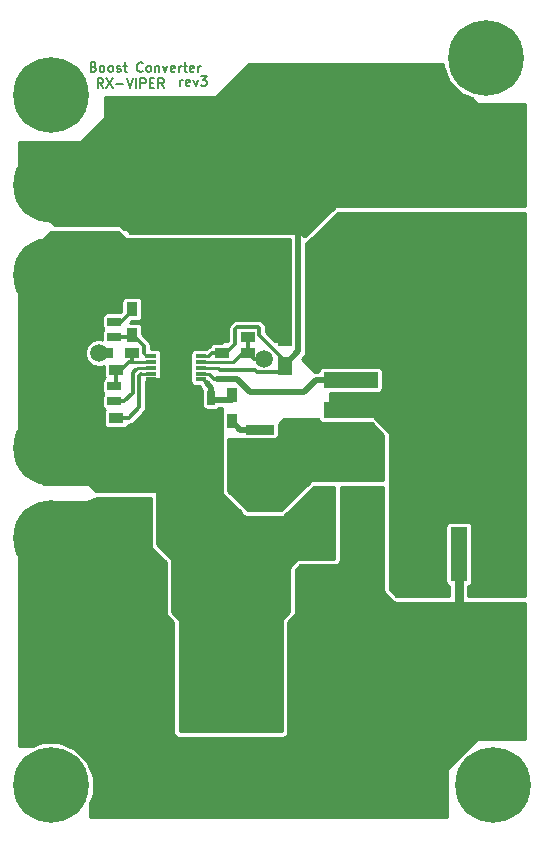
<source format=gtl>
G04 #@! TF.FileFunction,Copper,L1,Top,Signal*
%FSLAX46Y46*%
G04 Gerber Fmt 4.6, Leading zero omitted, Abs format (unit mm)*
G04 Created by KiCad (PCBNEW 4.0.6) date Fri Jul 21 14:49:20 2017*
%MOMM*%
%LPD*%
G01*
G04 APERTURE LIST*
%ADD10C,0.100000*%
%ADD11C,0.150000*%
%ADD12R,0.890000X0.305000*%
%ADD13R,0.840000X0.940000*%
%ADD14R,6.000000X6.000000*%
%ADD15R,4.000000X2.500000*%
%ADD16R,2.440000X5.600000*%
%ADD17R,2.440000X0.890000*%
%ADD18R,2.500000X4.000000*%
%ADD19R,1.200000X0.750000*%
%ADD20R,0.750000X1.200000*%
%ADD21R,1.250000X1.500000*%
%ADD22R,1.390000X4.600000*%
%ADD23R,10.800000X9.400000*%
%ADD24C,1.500000*%
%ADD25R,4.600000X1.390000*%
%ADD26R,9.400000X10.800000*%
%ADD27R,1.200000X0.900000*%
%ADD28R,0.900000X1.200000*%
%ADD29C,6.400000*%
%ADD30C,0.500000*%
%ADD31C,0.350000*%
%ADD32C,0.250000*%
%ADD33C,0.750000*%
%ADD34C,1.000000*%
%ADD35C,0.254000*%
G04 APERTURE END LIST*
D10*
D11*
X61144286Y-29698905D02*
X61144286Y-29165571D01*
X61144286Y-29317952D02*
X61182381Y-29241762D01*
X61220477Y-29203667D01*
X61296667Y-29165571D01*
X61372858Y-29165571D01*
X61944286Y-29660810D02*
X61868096Y-29698905D01*
X61715715Y-29698905D01*
X61639524Y-29660810D01*
X61601429Y-29584619D01*
X61601429Y-29279857D01*
X61639524Y-29203667D01*
X61715715Y-29165571D01*
X61868096Y-29165571D01*
X61944286Y-29203667D01*
X61982381Y-29279857D01*
X61982381Y-29356048D01*
X61601429Y-29432238D01*
X62249048Y-29165571D02*
X62439524Y-29698905D01*
X62630000Y-29165571D01*
X62858572Y-28898905D02*
X63353810Y-28898905D01*
X63087143Y-29203667D01*
X63201429Y-29203667D01*
X63277619Y-29241762D01*
X63315715Y-29279857D01*
X63353810Y-29356048D01*
X63353810Y-29546524D01*
X63315715Y-29622714D01*
X63277619Y-29660810D01*
X63201429Y-29698905D01*
X62972857Y-29698905D01*
X62896667Y-29660810D01*
X62858572Y-29622714D01*
X53797143Y-28096857D02*
X53911429Y-28134952D01*
X53949524Y-28173048D01*
X53987619Y-28249238D01*
X53987619Y-28363524D01*
X53949524Y-28439714D01*
X53911429Y-28477810D01*
X53835238Y-28515905D01*
X53530476Y-28515905D01*
X53530476Y-27715905D01*
X53797143Y-27715905D01*
X53873333Y-27754000D01*
X53911429Y-27792095D01*
X53949524Y-27868286D01*
X53949524Y-27944476D01*
X53911429Y-28020667D01*
X53873333Y-28058762D01*
X53797143Y-28096857D01*
X53530476Y-28096857D01*
X54444762Y-28515905D02*
X54368571Y-28477810D01*
X54330476Y-28439714D01*
X54292381Y-28363524D01*
X54292381Y-28134952D01*
X54330476Y-28058762D01*
X54368571Y-28020667D01*
X54444762Y-27982571D01*
X54559048Y-27982571D01*
X54635238Y-28020667D01*
X54673333Y-28058762D01*
X54711429Y-28134952D01*
X54711429Y-28363524D01*
X54673333Y-28439714D01*
X54635238Y-28477810D01*
X54559048Y-28515905D01*
X54444762Y-28515905D01*
X55168572Y-28515905D02*
X55092381Y-28477810D01*
X55054286Y-28439714D01*
X55016191Y-28363524D01*
X55016191Y-28134952D01*
X55054286Y-28058762D01*
X55092381Y-28020667D01*
X55168572Y-27982571D01*
X55282858Y-27982571D01*
X55359048Y-28020667D01*
X55397143Y-28058762D01*
X55435239Y-28134952D01*
X55435239Y-28363524D01*
X55397143Y-28439714D01*
X55359048Y-28477810D01*
X55282858Y-28515905D01*
X55168572Y-28515905D01*
X55740001Y-28477810D02*
X55816191Y-28515905D01*
X55968572Y-28515905D01*
X56044763Y-28477810D01*
X56082858Y-28401619D01*
X56082858Y-28363524D01*
X56044763Y-28287333D01*
X55968572Y-28249238D01*
X55854287Y-28249238D01*
X55778096Y-28211143D01*
X55740001Y-28134952D01*
X55740001Y-28096857D01*
X55778096Y-28020667D01*
X55854287Y-27982571D01*
X55968572Y-27982571D01*
X56044763Y-28020667D01*
X56311429Y-27982571D02*
X56616191Y-27982571D01*
X56425715Y-27715905D02*
X56425715Y-28401619D01*
X56463810Y-28477810D01*
X56540001Y-28515905D01*
X56616191Y-28515905D01*
X57949525Y-28439714D02*
X57911430Y-28477810D01*
X57797144Y-28515905D01*
X57720954Y-28515905D01*
X57606668Y-28477810D01*
X57530477Y-28401619D01*
X57492382Y-28325429D01*
X57454287Y-28173048D01*
X57454287Y-28058762D01*
X57492382Y-27906381D01*
X57530477Y-27830190D01*
X57606668Y-27754000D01*
X57720954Y-27715905D01*
X57797144Y-27715905D01*
X57911430Y-27754000D01*
X57949525Y-27792095D01*
X58406668Y-28515905D02*
X58330477Y-28477810D01*
X58292382Y-28439714D01*
X58254287Y-28363524D01*
X58254287Y-28134952D01*
X58292382Y-28058762D01*
X58330477Y-28020667D01*
X58406668Y-27982571D01*
X58520954Y-27982571D01*
X58597144Y-28020667D01*
X58635239Y-28058762D01*
X58673335Y-28134952D01*
X58673335Y-28363524D01*
X58635239Y-28439714D01*
X58597144Y-28477810D01*
X58520954Y-28515905D01*
X58406668Y-28515905D01*
X59016192Y-27982571D02*
X59016192Y-28515905D01*
X59016192Y-28058762D02*
X59054287Y-28020667D01*
X59130478Y-27982571D01*
X59244764Y-27982571D01*
X59320954Y-28020667D01*
X59359049Y-28096857D01*
X59359049Y-28515905D01*
X59663812Y-27982571D02*
X59854288Y-28515905D01*
X60044764Y-27982571D01*
X60654288Y-28477810D02*
X60578098Y-28515905D01*
X60425717Y-28515905D01*
X60349526Y-28477810D01*
X60311431Y-28401619D01*
X60311431Y-28096857D01*
X60349526Y-28020667D01*
X60425717Y-27982571D01*
X60578098Y-27982571D01*
X60654288Y-28020667D01*
X60692383Y-28096857D01*
X60692383Y-28173048D01*
X60311431Y-28249238D01*
X61035240Y-28515905D02*
X61035240Y-27982571D01*
X61035240Y-28134952D02*
X61073335Y-28058762D01*
X61111431Y-28020667D01*
X61187621Y-27982571D01*
X61263812Y-27982571D01*
X61416192Y-27982571D02*
X61720954Y-27982571D01*
X61530478Y-27715905D02*
X61530478Y-28401619D01*
X61568573Y-28477810D01*
X61644764Y-28515905D01*
X61720954Y-28515905D01*
X62292383Y-28477810D02*
X62216193Y-28515905D01*
X62063812Y-28515905D01*
X61987621Y-28477810D01*
X61949526Y-28401619D01*
X61949526Y-28096857D01*
X61987621Y-28020667D01*
X62063812Y-27982571D01*
X62216193Y-27982571D01*
X62292383Y-28020667D01*
X62330478Y-28096857D01*
X62330478Y-28173048D01*
X61949526Y-28249238D01*
X62673335Y-28515905D02*
X62673335Y-27982571D01*
X62673335Y-28134952D02*
X62711430Y-28058762D01*
X62749526Y-28020667D01*
X62825716Y-27982571D01*
X62901907Y-27982571D01*
X54597143Y-29865905D02*
X54330476Y-29484952D01*
X54140000Y-29865905D02*
X54140000Y-29065905D01*
X54444762Y-29065905D01*
X54520953Y-29104000D01*
X54559048Y-29142095D01*
X54597143Y-29218286D01*
X54597143Y-29332571D01*
X54559048Y-29408762D01*
X54520953Y-29446857D01*
X54444762Y-29484952D01*
X54140000Y-29484952D01*
X54863810Y-29065905D02*
X55397143Y-29865905D01*
X55397143Y-29065905D02*
X54863810Y-29865905D01*
X55701905Y-29561143D02*
X56311429Y-29561143D01*
X56578095Y-29065905D02*
X56844762Y-29865905D01*
X57111429Y-29065905D01*
X57378095Y-29865905D02*
X57378095Y-29065905D01*
X57759047Y-29865905D02*
X57759047Y-29065905D01*
X58063809Y-29065905D01*
X58140000Y-29104000D01*
X58178095Y-29142095D01*
X58216190Y-29218286D01*
X58216190Y-29332571D01*
X58178095Y-29408762D01*
X58140000Y-29446857D01*
X58063809Y-29484952D01*
X57759047Y-29484952D01*
X58559047Y-29446857D02*
X58825714Y-29446857D01*
X58940000Y-29865905D02*
X58559047Y-29865905D01*
X58559047Y-29065905D01*
X58940000Y-29065905D01*
X59740000Y-29865905D02*
X59473333Y-29484952D01*
X59282857Y-29865905D02*
X59282857Y-29065905D01*
X59587619Y-29065905D01*
X59663810Y-29104000D01*
X59701905Y-29142095D01*
X59740000Y-29218286D01*
X59740000Y-29332571D01*
X59701905Y-29408762D01*
X59663810Y-29446857D01*
X59587619Y-29484952D01*
X59282857Y-29484952D01*
D12*
X58640000Y-52556000D03*
X58640000Y-53056000D03*
X58640000Y-53556000D03*
X58640000Y-54056000D03*
X58640000Y-54556000D03*
X62850000Y-54556000D03*
X62850000Y-54056000D03*
X62850000Y-53556000D03*
X62850000Y-53056000D03*
X62850000Y-52556000D03*
D13*
X61165000Y-54026000D03*
X61165000Y-53086000D03*
X60325000Y-54026000D03*
X60325000Y-53086000D03*
D14*
X80518000Y-33944000D03*
X80518000Y-47244000D03*
D15*
X55055000Y-83185000D03*
X63055000Y-83185000D03*
D16*
X62925000Y-62932000D03*
X67885000Y-62932000D03*
D17*
X62925000Y-58797000D03*
X67885000Y-58797000D03*
D18*
X63500000Y-36640000D03*
X63500000Y-44640000D03*
D15*
X75755000Y-83185000D03*
X67755000Y-83185000D03*
X55055000Y-72390000D03*
X63055000Y-72390000D03*
X75755000Y-72390000D03*
X67755000Y-72390000D03*
D19*
X55560000Y-56388000D03*
X53660000Y-56388000D03*
D20*
X63754000Y-56085000D03*
X63754000Y-57985000D03*
D19*
X55560000Y-50927000D03*
X53660000Y-50927000D03*
D21*
X69977000Y-53427000D03*
X69977000Y-50927000D03*
D19*
X55560000Y-49657000D03*
X53660000Y-49657000D03*
X55560000Y-55118000D03*
X53660000Y-55118000D03*
X57978000Y-65024000D03*
X59878000Y-65024000D03*
X75372000Y-63881000D03*
X73472000Y-63881000D03*
X57978000Y-66294000D03*
X59878000Y-66294000D03*
X75372000Y-65151000D03*
X73472000Y-65151000D03*
X75372000Y-66421000D03*
X73472000Y-66421000D03*
D20*
X57150000Y-41402000D03*
X57150000Y-43302000D03*
D22*
X84709000Y-69326000D03*
D23*
X84709000Y-78486000D03*
D22*
X82169000Y-69326000D03*
X87249000Y-69326000D03*
D24*
X68199000Y-52832000D03*
D25*
X75549000Y-57150000D03*
D26*
X84709000Y-57150000D03*
D25*
X75549000Y-59690000D03*
X75549000Y-54610000D03*
D27*
X64643000Y-52324000D03*
X66843000Y-52324000D03*
X66843000Y-50927000D03*
X64643000Y-50927000D03*
X54823000Y-52324000D03*
X57023000Y-52324000D03*
D28*
X65532000Y-58111000D03*
X65532000Y-55911000D03*
D27*
X55710000Y-57785000D03*
X53510000Y-57785000D03*
X55710000Y-53721000D03*
X53510000Y-53721000D03*
D28*
X57023000Y-50800000D03*
X57023000Y-48600000D03*
D29*
X50165000Y-45720000D03*
X50165000Y-38100000D03*
X50165000Y-67945000D03*
X87630000Y-88900000D03*
X50165000Y-30480000D03*
X86995000Y-27305000D03*
X50165000Y-88900000D03*
D24*
X54229000Y-52324000D03*
X56134000Y-65278000D03*
D29*
X50165000Y-60325000D03*
D30*
X69977000Y-53302000D02*
X71120000Y-52159000D01*
X71120000Y-52159000D02*
X71120000Y-40640000D01*
X71120000Y-40640000D02*
X69025000Y-38545000D01*
X69025000Y-38545000D02*
X67120000Y-38545000D01*
D31*
X67120000Y-38545000D02*
X63500000Y-38545000D01*
X69977000Y-53427000D02*
X69977000Y-53302000D01*
X69977000Y-53427000D02*
X69977000Y-52977002D01*
X69977000Y-52977002D02*
X67818001Y-50818003D01*
X67818001Y-50818003D02*
X67818001Y-50176999D01*
X67818001Y-50176999D02*
X67743001Y-50101999D01*
X67743001Y-50101999D02*
X65942999Y-50101999D01*
X65786000Y-50258998D02*
X65786000Y-51562000D01*
X65942999Y-50101999D02*
X65786000Y-50258998D01*
X65786000Y-51562000D02*
X65024000Y-52324000D01*
X65024000Y-52324000D02*
X64643000Y-52324000D01*
X64643000Y-52324000D02*
X63837000Y-52324000D01*
X63837000Y-52324000D02*
X63605000Y-52556000D01*
D32*
X62850000Y-52556000D02*
X63605000Y-52556000D01*
D31*
X64448989Y-53653989D02*
X64516000Y-53721000D01*
X64516000Y-53721000D02*
X67422998Y-53721000D01*
X67422998Y-53721000D02*
X67658999Y-53957001D01*
X67658999Y-53957001D02*
X69571999Y-53957001D01*
X69571999Y-53957001D02*
X69977000Y-53552000D01*
X69977000Y-53552000D02*
X69977000Y-53427000D01*
D32*
X64351000Y-53556000D02*
X64448989Y-53653989D01*
X62850000Y-53556000D02*
X64351000Y-53556000D01*
D31*
X52705000Y-45720000D02*
X53660000Y-46675000D01*
X53660000Y-46675000D02*
X53660000Y-49657000D01*
X53510000Y-53721000D02*
X53360000Y-53721000D01*
X53360000Y-53721000D02*
X52710000Y-53071000D01*
X52710000Y-51652000D02*
X53435000Y-50927000D01*
X52710000Y-53071000D02*
X52710000Y-51652000D01*
X53435000Y-50927000D02*
X53660000Y-50927000D01*
X61165000Y-53086000D02*
X61165000Y-53036000D01*
X61165000Y-53036000D02*
X63467000Y-50734000D01*
X63467000Y-50734000D02*
X63500000Y-50734000D01*
X64643000Y-50927000D02*
X63693000Y-50927000D01*
X63693000Y-50927000D02*
X63500000Y-50734000D01*
X63500000Y-50734000D02*
X63500000Y-48895000D01*
X63500000Y-48895000D02*
X63500000Y-46545000D01*
X69977000Y-50927000D02*
X69977000Y-49827000D01*
X69977000Y-49827000D02*
X66695000Y-46545000D01*
X66695000Y-46545000D02*
X65100000Y-46545000D01*
X65100000Y-46545000D02*
X63500000Y-46545000D01*
X53660000Y-50927000D02*
X53660000Y-49657000D01*
X53885000Y-50927000D02*
X53660000Y-50927000D01*
X54676000Y-58801000D02*
X60149000Y-58801000D01*
X60149000Y-58801000D02*
X61165000Y-57785000D01*
X53510000Y-57785000D02*
X53660000Y-57785000D01*
X53660000Y-57785000D02*
X54676000Y-58801000D01*
X53660000Y-56388000D02*
X53660000Y-57635000D01*
X53660000Y-57635000D02*
X53510000Y-57785000D01*
X53660000Y-55118000D02*
X53660000Y-56388000D01*
X53510000Y-53721000D02*
X53510000Y-54968000D01*
X53510000Y-54968000D02*
X53660000Y-55118000D01*
D32*
X58640000Y-54556000D02*
X59795000Y-54556000D01*
X59795000Y-54556000D02*
X60325000Y-54026000D01*
D30*
X63754000Y-57785000D02*
X61165000Y-57785000D01*
D33*
X84709000Y-69326000D02*
X84709000Y-72126000D01*
X84709000Y-72126000D02*
X84709000Y-78486000D01*
D32*
X58640000Y-53556000D02*
X57553169Y-53556000D01*
X57553169Y-53556000D02*
X57315000Y-53794169D01*
D31*
X57315000Y-53794169D02*
X57107990Y-54001179D01*
X57107990Y-54001179D02*
X57107990Y-55668010D01*
X57107990Y-55668010D02*
X56388000Y-56388000D01*
X56388000Y-56388000D02*
X55560000Y-56388000D01*
D30*
X63754000Y-56285000D02*
X65508000Y-56285000D01*
X65508000Y-56285000D02*
X65532000Y-56261000D01*
X63373000Y-54864000D02*
X63754000Y-55245000D01*
X63754000Y-55245000D02*
X63754000Y-56285000D01*
D32*
X63065000Y-54556000D02*
X63373000Y-54864000D01*
X62850000Y-54556000D02*
X63065000Y-54556000D01*
D31*
X55560000Y-50927000D02*
X56896000Y-50927000D01*
X56896000Y-50927000D02*
X57023000Y-50800000D01*
X58039000Y-52324000D02*
X58039000Y-51689000D01*
X58039000Y-51689000D02*
X57150000Y-50800000D01*
X57150000Y-50800000D02*
X57023000Y-50800000D01*
X58039000Y-52324000D02*
X58039000Y-52304000D01*
D32*
X58271000Y-52556000D02*
X58039000Y-52324000D01*
X58640000Y-52556000D02*
X58271000Y-52556000D01*
X58640000Y-52556000D02*
X58525000Y-52556000D01*
D31*
X55560000Y-49657000D02*
X56134000Y-49657000D01*
X56134000Y-49657000D02*
X57023000Y-48768000D01*
X57023000Y-48768000D02*
X57023000Y-48600000D01*
D34*
X75549000Y-57150000D02*
X84709000Y-57150000D01*
D31*
X66843000Y-50927000D02*
X66843000Y-52324000D01*
X68199000Y-52832000D02*
X67351000Y-52832000D01*
X67351000Y-52832000D02*
X66843000Y-52324000D01*
D32*
X62850000Y-53056000D02*
X64494998Y-53056000D01*
X64494998Y-53056000D02*
X64537999Y-53099001D01*
X64537999Y-53099001D02*
X65558001Y-53099001D01*
X65558001Y-53099001D02*
X66333002Y-52324000D01*
X66333002Y-52324000D02*
X66421000Y-52324000D01*
X66421000Y-52324000D02*
X66548000Y-52324000D01*
D30*
X75549000Y-54610000D02*
X72609710Y-54610000D01*
X67056000Y-55626000D02*
X65913000Y-54483000D01*
X65913000Y-54483000D02*
X64262000Y-54483000D01*
X72609710Y-54610000D02*
X71593710Y-55626000D01*
X71593710Y-55626000D02*
X67056000Y-55626000D01*
D32*
X62850000Y-54056000D02*
X63545000Y-54056000D01*
X63545000Y-54056000D02*
X63972000Y-54483000D01*
X63972000Y-54483000D02*
X64262000Y-54483000D01*
D30*
X67885000Y-58797000D02*
X66218000Y-58797000D01*
X66218000Y-58797000D02*
X65532000Y-58111000D01*
D34*
X75549000Y-59690000D02*
X75549000Y-59706000D01*
X75549000Y-59706000D02*
X74803000Y-60452000D01*
D31*
X74803000Y-60452000D02*
X74803000Y-60436000D01*
X57023000Y-52324000D02*
X57023000Y-52959000D01*
X57023000Y-52959000D02*
X57120000Y-53056000D01*
X55710000Y-53721000D02*
X55710000Y-54968000D01*
X55710000Y-54968000D02*
X55560000Y-55118000D01*
X57120000Y-53056000D02*
X56799000Y-53056000D01*
X56799000Y-53056000D02*
X56134000Y-53721000D01*
X56134000Y-53721000D02*
X55710000Y-53721000D01*
D32*
X58640000Y-53056000D02*
X57120000Y-53056000D01*
D31*
X57658000Y-56896000D02*
X56769000Y-57785000D01*
X56769000Y-57785000D02*
X55710000Y-57785000D01*
X57658000Y-54229000D02*
X57658000Y-56896000D01*
X57831000Y-54056000D02*
X57658000Y-54229000D01*
D32*
X58640000Y-54056000D02*
X57831000Y-54056000D01*
D35*
G36*
X83367372Y-28023290D02*
X83918386Y-29356846D01*
X84937787Y-30378028D01*
X85802470Y-30737076D01*
X86270197Y-31204803D01*
X86312211Y-31232666D01*
X86360000Y-31242000D01*
X90303000Y-31242000D01*
X90303000Y-39878000D01*
X74295000Y-39878000D01*
X74245590Y-39888006D01*
X74205197Y-39915197D01*
X71702394Y-42418000D01*
X71523103Y-42418000D01*
X71517798Y-42389804D01*
X71426077Y-42247265D01*
X71286127Y-42151642D01*
X71120000Y-42118000D01*
X56902606Y-42118000D01*
X56604803Y-41820197D01*
X56562789Y-41792334D01*
X56515000Y-41783000D01*
X56356870Y-41783000D01*
X56181935Y-41608065D01*
X56046127Y-41516642D01*
X55880000Y-41483000D01*
X50552606Y-41483000D01*
X47492000Y-38422394D01*
X47492000Y-34417000D01*
X52705000Y-34417000D01*
X52754410Y-34406994D01*
X52794803Y-34379803D01*
X54699803Y-32474803D01*
X54727666Y-32432789D01*
X54737000Y-32385000D01*
X54737000Y-30646000D01*
X63405097Y-30646000D01*
X63405097Y-30607000D01*
X64135000Y-30607000D01*
X64184410Y-30596994D01*
X64224803Y-30569803D01*
X66987606Y-27807000D01*
X83367561Y-27807000D01*
X83367372Y-28023290D01*
X83367372Y-28023290D01*
G37*
X83367372Y-28023290D02*
X83918386Y-29356846D01*
X84937787Y-30378028D01*
X85802470Y-30737076D01*
X86270197Y-31204803D01*
X86312211Y-31232666D01*
X86360000Y-31242000D01*
X90303000Y-31242000D01*
X90303000Y-39878000D01*
X74295000Y-39878000D01*
X74245590Y-39888006D01*
X74205197Y-39915197D01*
X71702394Y-42418000D01*
X71523103Y-42418000D01*
X71517798Y-42389804D01*
X71426077Y-42247265D01*
X71286127Y-42151642D01*
X71120000Y-42118000D01*
X56902606Y-42118000D01*
X56604803Y-41820197D01*
X56562789Y-41792334D01*
X56515000Y-41783000D01*
X56356870Y-41783000D01*
X56181935Y-41608065D01*
X56046127Y-41516642D01*
X55880000Y-41483000D01*
X50552606Y-41483000D01*
X47492000Y-38422394D01*
X47492000Y-34417000D01*
X52705000Y-34417000D01*
X52754410Y-34406994D01*
X52794803Y-34379803D01*
X54699803Y-32474803D01*
X54727666Y-32432789D01*
X54737000Y-32385000D01*
X54737000Y-30646000D01*
X63405097Y-30646000D01*
X63405097Y-30607000D01*
X64135000Y-30607000D01*
X64184410Y-30596994D01*
X64224803Y-30569803D01*
X66987606Y-27807000D01*
X83367561Y-27807000D01*
X83367372Y-28023290D01*
G36*
X90303000Y-72898000D02*
X85511000Y-72898000D01*
X85511000Y-72041232D01*
X85562237Y-72031591D01*
X85707567Y-71938073D01*
X85805064Y-71795381D01*
X85839365Y-71626000D01*
X85839365Y-67026000D01*
X85809591Y-66867763D01*
X85716073Y-66722433D01*
X85573381Y-66624936D01*
X85404000Y-66590635D01*
X84014000Y-66590635D01*
X83855763Y-66620409D01*
X83710433Y-66713927D01*
X83612936Y-66856619D01*
X83578635Y-67026000D01*
X83578635Y-71626000D01*
X83608409Y-71784237D01*
X83701927Y-71929567D01*
X83844619Y-72027064D01*
X83907000Y-72039697D01*
X83907000Y-72898000D01*
X79427606Y-72898000D01*
X78867000Y-72337394D01*
X78867000Y-59055000D01*
X78856994Y-59005590D01*
X78829803Y-58965197D01*
X77559803Y-57695197D01*
X77517789Y-57667334D01*
X77470000Y-57658000D01*
X73787000Y-57658000D01*
X73787000Y-55740365D01*
X77849000Y-55740365D01*
X78007237Y-55710591D01*
X78152567Y-55617073D01*
X78250064Y-55474381D01*
X78284365Y-55305000D01*
X78284365Y-53915000D01*
X78254591Y-53756763D01*
X78161073Y-53611433D01*
X78018381Y-53513936D01*
X77849000Y-53479635D01*
X73249000Y-53479635D01*
X73090763Y-53509409D01*
X72945433Y-53602927D01*
X72847936Y-53745619D01*
X72813635Y-53915000D01*
X72813635Y-53933000D01*
X72609710Y-53933000D01*
X72541228Y-53946622D01*
X71415514Y-52820908D01*
X71598711Y-52637711D01*
X71745466Y-52418077D01*
X71797000Y-52159000D01*
X71797000Y-42963796D01*
X71915677Y-42940616D01*
X72056935Y-42846935D01*
X74471870Y-40432000D01*
X90303000Y-40432000D01*
X90303000Y-72898000D01*
X90303000Y-72898000D01*
G37*
X90303000Y-72898000D02*
X85511000Y-72898000D01*
X85511000Y-72041232D01*
X85562237Y-72031591D01*
X85707567Y-71938073D01*
X85805064Y-71795381D01*
X85839365Y-71626000D01*
X85839365Y-67026000D01*
X85809591Y-66867763D01*
X85716073Y-66722433D01*
X85573381Y-66624936D01*
X85404000Y-66590635D01*
X84014000Y-66590635D01*
X83855763Y-66620409D01*
X83710433Y-66713927D01*
X83612936Y-66856619D01*
X83578635Y-67026000D01*
X83578635Y-71626000D01*
X83608409Y-71784237D01*
X83701927Y-71929567D01*
X83844619Y-72027064D01*
X83907000Y-72039697D01*
X83907000Y-72898000D01*
X79427606Y-72898000D01*
X78867000Y-72337394D01*
X78867000Y-59055000D01*
X78856994Y-59005590D01*
X78829803Y-58965197D01*
X77559803Y-57695197D01*
X77517789Y-57667334D01*
X77470000Y-57658000D01*
X73787000Y-57658000D01*
X73787000Y-55740365D01*
X77849000Y-55740365D01*
X78007237Y-55710591D01*
X78152567Y-55617073D01*
X78250064Y-55474381D01*
X78284365Y-55305000D01*
X78284365Y-53915000D01*
X78254591Y-53756763D01*
X78161073Y-53611433D01*
X78018381Y-53513936D01*
X77849000Y-53479635D01*
X73249000Y-53479635D01*
X73090763Y-53509409D01*
X72945433Y-53602927D01*
X72847936Y-53745619D01*
X72813635Y-53915000D01*
X72813635Y-53933000D01*
X72609710Y-53933000D01*
X72541228Y-53946622D01*
X71415514Y-52820908D01*
X71598711Y-52637711D01*
X71745466Y-52418077D01*
X71797000Y-52159000D01*
X71797000Y-42963796D01*
X71915677Y-42940616D01*
X72056935Y-42846935D01*
X74471870Y-40432000D01*
X90303000Y-40432000D01*
X90303000Y-72898000D01*
G36*
X78313000Y-72390000D02*
X78344384Y-72550677D01*
X78438065Y-72691935D01*
X79073065Y-73326935D01*
X79208873Y-73418358D01*
X79375000Y-73452000D01*
X90303000Y-73452000D01*
X90303000Y-84963000D01*
X86360000Y-84963000D01*
X86310590Y-84973006D01*
X86270197Y-85000197D01*
X83730197Y-87540197D01*
X83702334Y-87582211D01*
X83693000Y-87630000D01*
X83693000Y-91573000D01*
X53467000Y-91573000D01*
X53467000Y-90405787D01*
X53791369Y-89624620D01*
X53792628Y-88181710D01*
X53241614Y-86848154D01*
X52222213Y-85826972D01*
X50889620Y-85273631D01*
X49446710Y-85272372D01*
X48658630Y-85598000D01*
X47492000Y-85598000D01*
X47492000Y-67162816D01*
X50210980Y-64897000D01*
X53340000Y-64897000D01*
X53396796Y-64883592D01*
X54039980Y-64562000D01*
X58628000Y-64562000D01*
X58628000Y-68580000D01*
X58659384Y-68740677D01*
X58753065Y-68881935D01*
X59898000Y-70026870D01*
X59898000Y-74295000D01*
X59929384Y-74455677D01*
X60023065Y-74596935D01*
X60533000Y-75106870D01*
X60533000Y-84455000D01*
X60562202Y-84610196D01*
X60653923Y-84752735D01*
X60793873Y-84848358D01*
X60960000Y-84882000D01*
X69850000Y-84882000D01*
X70005196Y-84852798D01*
X70147735Y-84761077D01*
X70243358Y-84621127D01*
X70277000Y-84455000D01*
X70277000Y-75106870D01*
X70786935Y-74596935D01*
X70878358Y-74461127D01*
X70912000Y-74295000D01*
X70912000Y-70661870D01*
X71296870Y-70277000D01*
X74295000Y-70277000D01*
X74450196Y-70247798D01*
X74592735Y-70156077D01*
X74688358Y-70016127D01*
X74722000Y-69850000D01*
X74722000Y-63627000D01*
X78313000Y-63627000D01*
X78313000Y-72390000D01*
X78313000Y-72390000D01*
G37*
X78313000Y-72390000D02*
X78344384Y-72550677D01*
X78438065Y-72691935D01*
X79073065Y-73326935D01*
X79208873Y-73418358D01*
X79375000Y-73452000D01*
X90303000Y-73452000D01*
X90303000Y-84963000D01*
X86360000Y-84963000D01*
X86310590Y-84973006D01*
X86270197Y-85000197D01*
X83730197Y-87540197D01*
X83702334Y-87582211D01*
X83693000Y-87630000D01*
X83693000Y-91573000D01*
X53467000Y-91573000D01*
X53467000Y-90405787D01*
X53791369Y-89624620D01*
X53792628Y-88181710D01*
X53241614Y-86848154D01*
X52222213Y-85826972D01*
X50889620Y-85273631D01*
X49446710Y-85272372D01*
X48658630Y-85598000D01*
X47492000Y-85598000D01*
X47492000Y-67162816D01*
X50210980Y-64897000D01*
X53340000Y-64897000D01*
X53396796Y-64883592D01*
X54039980Y-64562000D01*
X58628000Y-64562000D01*
X58628000Y-68580000D01*
X58659384Y-68740677D01*
X58753065Y-68881935D01*
X59898000Y-70026870D01*
X59898000Y-74295000D01*
X59929384Y-74455677D01*
X60023065Y-74596935D01*
X60533000Y-75106870D01*
X60533000Y-84455000D01*
X60562202Y-84610196D01*
X60653923Y-84752735D01*
X60793873Y-84848358D01*
X60960000Y-84882000D01*
X69850000Y-84882000D01*
X70005196Y-84852798D01*
X70147735Y-84761077D01*
X70243358Y-84621127D01*
X70277000Y-84455000D01*
X70277000Y-75106870D01*
X70786935Y-74596935D01*
X70878358Y-74461127D01*
X70912000Y-74295000D01*
X70912000Y-70661870D01*
X71296870Y-70277000D01*
X74295000Y-70277000D01*
X74450196Y-70247798D01*
X74592735Y-70156077D01*
X74688358Y-70016127D01*
X74722000Y-69850000D01*
X74722000Y-63627000D01*
X78313000Y-63627000D01*
X78313000Y-72390000D01*
G36*
X56425197Y-42634803D02*
X56467211Y-42662666D01*
X56515000Y-42672000D01*
X70443000Y-42672000D01*
X70443000Y-51308000D01*
X69159354Y-51308000D01*
X68420001Y-50568647D01*
X68420001Y-50176999D01*
X68374176Y-49946624D01*
X68243679Y-49751321D01*
X68168679Y-49676321D01*
X67973376Y-49545824D01*
X67743001Y-49499999D01*
X65942999Y-49499999D01*
X65712624Y-49545824D01*
X65517321Y-49676321D01*
X65360322Y-49833320D01*
X65229825Y-50028623D01*
X65184000Y-50258998D01*
X65184000Y-51308000D01*
X64770000Y-51308000D01*
X64720590Y-51318006D01*
X64678965Y-51346447D01*
X64651685Y-51388841D01*
X64643000Y-51435000D01*
X64643000Y-51438635D01*
X64043000Y-51438635D01*
X63884763Y-51468409D01*
X63739433Y-51561927D01*
X63641936Y-51704619D01*
X63630081Y-51763159D01*
X63606625Y-51767825D01*
X63411322Y-51898321D01*
X63333676Y-51975967D01*
X63295000Y-51968135D01*
X62405000Y-51968135D01*
X62246763Y-51997909D01*
X62101433Y-52091427D01*
X62003936Y-52234119D01*
X61969635Y-52403500D01*
X61969635Y-52708500D01*
X61988654Y-52809581D01*
X61969635Y-52903500D01*
X61969635Y-53208500D01*
X61988654Y-53309581D01*
X61969635Y-53403500D01*
X61969635Y-53708500D01*
X61988654Y-53809581D01*
X61969635Y-53903500D01*
X61969635Y-54208500D01*
X61988654Y-54309581D01*
X61969635Y-54403500D01*
X61969635Y-54708500D01*
X61999409Y-54866737D01*
X62092927Y-55012067D01*
X62235619Y-55109564D01*
X62405000Y-55143865D01*
X62761425Y-55143865D01*
X62894289Y-55342711D01*
X62959287Y-55407709D01*
X62943635Y-55485000D01*
X62943635Y-56685000D01*
X62973409Y-56843237D01*
X63066927Y-56988567D01*
X63209619Y-57086064D01*
X63379000Y-57120365D01*
X64129000Y-57120365D01*
X64287237Y-57090591D01*
X64432567Y-56997073D01*
X64456531Y-56962000D01*
X64643000Y-56962000D01*
X64643000Y-64135000D01*
X64653006Y-64184410D01*
X64680197Y-64224803D01*
X66239425Y-65784031D01*
X66259409Y-65890237D01*
X66352927Y-66035567D01*
X66495619Y-66133064D01*
X66665000Y-66167365D01*
X69105000Y-66167365D01*
X69106940Y-66167000D01*
X69850000Y-66167000D01*
X69899410Y-66156994D01*
X69939803Y-66129803D01*
X72442606Y-63627000D01*
X74168000Y-63627000D01*
X74168000Y-69723000D01*
X71120000Y-69723000D01*
X71070590Y-69733006D01*
X71030197Y-69760197D01*
X70395197Y-70395197D01*
X70367334Y-70437211D01*
X70358000Y-70485000D01*
X70358000Y-74242394D01*
X69760197Y-74840197D01*
X69732334Y-74882211D01*
X69723000Y-74930000D01*
X69723000Y-84328000D01*
X61087000Y-84328000D01*
X61087000Y-74930000D01*
X61076994Y-74880590D01*
X61049803Y-74840197D01*
X60452000Y-74242394D01*
X60452000Y-69850000D01*
X60441994Y-69800590D01*
X60414803Y-69760197D01*
X59182000Y-68527394D01*
X59182000Y-64135000D01*
X59171994Y-64085590D01*
X59143553Y-64043965D01*
X59101159Y-64016685D01*
X59055000Y-64008000D01*
X54027606Y-64008000D01*
X53429803Y-63410197D01*
X53387789Y-63382334D01*
X53340000Y-63373000D01*
X49582606Y-63373000D01*
X47492000Y-61282394D01*
X47492000Y-52557093D01*
X53051796Y-52557093D01*
X53230606Y-52989846D01*
X53561412Y-53321230D01*
X53993853Y-53500795D01*
X54462093Y-53501204D01*
X54674635Y-53413383D01*
X54674635Y-54171000D01*
X54704409Y-54329237D01*
X54736635Y-54379318D01*
X54656433Y-54430927D01*
X54558936Y-54573619D01*
X54524635Y-54743000D01*
X54524635Y-55493000D01*
X54554409Y-55651237D01*
X54620358Y-55753724D01*
X54558936Y-55843619D01*
X54524635Y-56013000D01*
X54524635Y-56763000D01*
X54554409Y-56921237D01*
X54647927Y-57066567D01*
X54735658Y-57126511D01*
X54708936Y-57165619D01*
X54674635Y-57335000D01*
X54674635Y-58235000D01*
X54704409Y-58393237D01*
X54797927Y-58538567D01*
X54940619Y-58636064D01*
X55110000Y-58670365D01*
X56310000Y-58670365D01*
X56468237Y-58640591D01*
X56613567Y-58547073D01*
X56711064Y-58404381D01*
X56714584Y-58387000D01*
X56769000Y-58387000D01*
X56999375Y-58341175D01*
X57194678Y-58210678D01*
X58083678Y-57321678D01*
X58214175Y-57126375D01*
X58260000Y-56896000D01*
X58260000Y-54643865D01*
X59085000Y-54643865D01*
X59243237Y-54614091D01*
X59388567Y-54520573D01*
X59486064Y-54377881D01*
X59520365Y-54208500D01*
X59520365Y-53903500D01*
X59501346Y-53802419D01*
X59520365Y-53708500D01*
X59520365Y-53403500D01*
X59501346Y-53302419D01*
X59520365Y-53208500D01*
X59520365Y-52903500D01*
X59501346Y-52802419D01*
X59520365Y-52708500D01*
X59520365Y-52403500D01*
X59490591Y-52245263D01*
X59397073Y-52099933D01*
X59254381Y-52002436D01*
X59085000Y-51968135D01*
X58641000Y-51968135D01*
X58641000Y-51689000D01*
X58595175Y-51458625D01*
X58464678Y-51263322D01*
X57908365Y-50707009D01*
X57908365Y-50200000D01*
X57878591Y-50041763D01*
X57785073Y-49896433D01*
X57642381Y-49798936D01*
X57473000Y-49764635D01*
X56877721Y-49764635D01*
X57006991Y-49635365D01*
X57473000Y-49635365D01*
X57631237Y-49605591D01*
X57776567Y-49512073D01*
X57874064Y-49369381D01*
X57908365Y-49200000D01*
X57908365Y-48000000D01*
X57878591Y-47841763D01*
X57785073Y-47696433D01*
X57642381Y-47598936D01*
X57473000Y-47564635D01*
X56573000Y-47564635D01*
X56414763Y-47594409D01*
X56269433Y-47687927D01*
X56171936Y-47830619D01*
X56137635Y-48000000D01*
X56137635Y-48802009D01*
X56093009Y-48846635D01*
X54960000Y-48846635D01*
X54801763Y-48876409D01*
X54656433Y-48969927D01*
X54558936Y-49112619D01*
X54524635Y-49282000D01*
X54524635Y-50032000D01*
X54554409Y-50190237D01*
X54620358Y-50292724D01*
X54558936Y-50382619D01*
X54524635Y-50552000D01*
X54524635Y-51172322D01*
X54464147Y-51147205D01*
X53995907Y-51146796D01*
X53563154Y-51325606D01*
X53231770Y-51656412D01*
X53052205Y-52088853D01*
X53051796Y-52557093D01*
X47492000Y-52557093D01*
X47492000Y-44762606D01*
X50217606Y-42037000D01*
X55827394Y-42037000D01*
X56425197Y-42634803D01*
X56425197Y-42634803D01*
G37*
X56425197Y-42634803D02*
X56467211Y-42662666D01*
X56515000Y-42672000D01*
X70443000Y-42672000D01*
X70443000Y-51308000D01*
X69159354Y-51308000D01*
X68420001Y-50568647D01*
X68420001Y-50176999D01*
X68374176Y-49946624D01*
X68243679Y-49751321D01*
X68168679Y-49676321D01*
X67973376Y-49545824D01*
X67743001Y-49499999D01*
X65942999Y-49499999D01*
X65712624Y-49545824D01*
X65517321Y-49676321D01*
X65360322Y-49833320D01*
X65229825Y-50028623D01*
X65184000Y-50258998D01*
X65184000Y-51308000D01*
X64770000Y-51308000D01*
X64720590Y-51318006D01*
X64678965Y-51346447D01*
X64651685Y-51388841D01*
X64643000Y-51435000D01*
X64643000Y-51438635D01*
X64043000Y-51438635D01*
X63884763Y-51468409D01*
X63739433Y-51561927D01*
X63641936Y-51704619D01*
X63630081Y-51763159D01*
X63606625Y-51767825D01*
X63411322Y-51898321D01*
X63333676Y-51975967D01*
X63295000Y-51968135D01*
X62405000Y-51968135D01*
X62246763Y-51997909D01*
X62101433Y-52091427D01*
X62003936Y-52234119D01*
X61969635Y-52403500D01*
X61969635Y-52708500D01*
X61988654Y-52809581D01*
X61969635Y-52903500D01*
X61969635Y-53208500D01*
X61988654Y-53309581D01*
X61969635Y-53403500D01*
X61969635Y-53708500D01*
X61988654Y-53809581D01*
X61969635Y-53903500D01*
X61969635Y-54208500D01*
X61988654Y-54309581D01*
X61969635Y-54403500D01*
X61969635Y-54708500D01*
X61999409Y-54866737D01*
X62092927Y-55012067D01*
X62235619Y-55109564D01*
X62405000Y-55143865D01*
X62761425Y-55143865D01*
X62894289Y-55342711D01*
X62959287Y-55407709D01*
X62943635Y-55485000D01*
X62943635Y-56685000D01*
X62973409Y-56843237D01*
X63066927Y-56988567D01*
X63209619Y-57086064D01*
X63379000Y-57120365D01*
X64129000Y-57120365D01*
X64287237Y-57090591D01*
X64432567Y-56997073D01*
X64456531Y-56962000D01*
X64643000Y-56962000D01*
X64643000Y-64135000D01*
X64653006Y-64184410D01*
X64680197Y-64224803D01*
X66239425Y-65784031D01*
X66259409Y-65890237D01*
X66352927Y-66035567D01*
X66495619Y-66133064D01*
X66665000Y-66167365D01*
X69105000Y-66167365D01*
X69106940Y-66167000D01*
X69850000Y-66167000D01*
X69899410Y-66156994D01*
X69939803Y-66129803D01*
X72442606Y-63627000D01*
X74168000Y-63627000D01*
X74168000Y-69723000D01*
X71120000Y-69723000D01*
X71070590Y-69733006D01*
X71030197Y-69760197D01*
X70395197Y-70395197D01*
X70367334Y-70437211D01*
X70358000Y-70485000D01*
X70358000Y-74242394D01*
X69760197Y-74840197D01*
X69732334Y-74882211D01*
X69723000Y-74930000D01*
X69723000Y-84328000D01*
X61087000Y-84328000D01*
X61087000Y-74930000D01*
X61076994Y-74880590D01*
X61049803Y-74840197D01*
X60452000Y-74242394D01*
X60452000Y-69850000D01*
X60441994Y-69800590D01*
X60414803Y-69760197D01*
X59182000Y-68527394D01*
X59182000Y-64135000D01*
X59171994Y-64085590D01*
X59143553Y-64043965D01*
X59101159Y-64016685D01*
X59055000Y-64008000D01*
X54027606Y-64008000D01*
X53429803Y-63410197D01*
X53387789Y-63382334D01*
X53340000Y-63373000D01*
X49582606Y-63373000D01*
X47492000Y-61282394D01*
X47492000Y-52557093D01*
X53051796Y-52557093D01*
X53230606Y-52989846D01*
X53561412Y-53321230D01*
X53993853Y-53500795D01*
X54462093Y-53501204D01*
X54674635Y-53413383D01*
X54674635Y-54171000D01*
X54704409Y-54329237D01*
X54736635Y-54379318D01*
X54656433Y-54430927D01*
X54558936Y-54573619D01*
X54524635Y-54743000D01*
X54524635Y-55493000D01*
X54554409Y-55651237D01*
X54620358Y-55753724D01*
X54558936Y-55843619D01*
X54524635Y-56013000D01*
X54524635Y-56763000D01*
X54554409Y-56921237D01*
X54647927Y-57066567D01*
X54735658Y-57126511D01*
X54708936Y-57165619D01*
X54674635Y-57335000D01*
X54674635Y-58235000D01*
X54704409Y-58393237D01*
X54797927Y-58538567D01*
X54940619Y-58636064D01*
X55110000Y-58670365D01*
X56310000Y-58670365D01*
X56468237Y-58640591D01*
X56613567Y-58547073D01*
X56711064Y-58404381D01*
X56714584Y-58387000D01*
X56769000Y-58387000D01*
X56999375Y-58341175D01*
X57194678Y-58210678D01*
X58083678Y-57321678D01*
X58214175Y-57126375D01*
X58260000Y-56896000D01*
X58260000Y-54643865D01*
X59085000Y-54643865D01*
X59243237Y-54614091D01*
X59388567Y-54520573D01*
X59486064Y-54377881D01*
X59520365Y-54208500D01*
X59520365Y-53903500D01*
X59501346Y-53802419D01*
X59520365Y-53708500D01*
X59520365Y-53403500D01*
X59501346Y-53302419D01*
X59520365Y-53208500D01*
X59520365Y-52903500D01*
X59501346Y-52802419D01*
X59520365Y-52708500D01*
X59520365Y-52403500D01*
X59490591Y-52245263D01*
X59397073Y-52099933D01*
X59254381Y-52002436D01*
X59085000Y-51968135D01*
X58641000Y-51968135D01*
X58641000Y-51689000D01*
X58595175Y-51458625D01*
X58464678Y-51263322D01*
X57908365Y-50707009D01*
X57908365Y-50200000D01*
X57878591Y-50041763D01*
X57785073Y-49896433D01*
X57642381Y-49798936D01*
X57473000Y-49764635D01*
X56877721Y-49764635D01*
X57006991Y-49635365D01*
X57473000Y-49635365D01*
X57631237Y-49605591D01*
X57776567Y-49512073D01*
X57874064Y-49369381D01*
X57908365Y-49200000D01*
X57908365Y-48000000D01*
X57878591Y-47841763D01*
X57785073Y-47696433D01*
X57642381Y-47598936D01*
X57473000Y-47564635D01*
X56573000Y-47564635D01*
X56414763Y-47594409D01*
X56269433Y-47687927D01*
X56171936Y-47830619D01*
X56137635Y-48000000D01*
X56137635Y-48802009D01*
X56093009Y-48846635D01*
X54960000Y-48846635D01*
X54801763Y-48876409D01*
X54656433Y-48969927D01*
X54558936Y-49112619D01*
X54524635Y-49282000D01*
X54524635Y-50032000D01*
X54554409Y-50190237D01*
X54620358Y-50292724D01*
X54558936Y-50382619D01*
X54524635Y-50552000D01*
X54524635Y-51172322D01*
X54464147Y-51147205D01*
X53995907Y-51146796D01*
X53563154Y-51325606D01*
X53231770Y-51656412D01*
X53052205Y-52088853D01*
X53051796Y-52557093D01*
X47492000Y-52557093D01*
X47492000Y-44762606D01*
X50217606Y-42037000D01*
X55827394Y-42037000D01*
X56425197Y-42634803D01*
G36*
X72843409Y-58003237D02*
X72936927Y-58148567D01*
X73079619Y-58246064D01*
X73249000Y-58280365D01*
X77361495Y-58280365D01*
X78313000Y-59231870D01*
X78313000Y-63073000D01*
X75983679Y-63073000D01*
X75972000Y-63070635D01*
X74772000Y-63070635D01*
X74759431Y-63073000D01*
X74083679Y-63073000D01*
X74072000Y-63070635D01*
X72872000Y-63070635D01*
X72859431Y-63073000D01*
X72390000Y-63073000D01*
X72229323Y-63104384D01*
X72088065Y-63198065D01*
X69673130Y-65613000D01*
X66851870Y-65613000D01*
X65197000Y-63958130D01*
X65197000Y-59563000D01*
X69215000Y-59563000D01*
X69264410Y-59552994D01*
X69304803Y-59525803D01*
X69431803Y-59398803D01*
X69459666Y-59356789D01*
X69469000Y-59309000D01*
X69469000Y-58345606D01*
X69902606Y-57912000D01*
X72826242Y-57912000D01*
X72843409Y-58003237D01*
X72843409Y-58003237D01*
G37*
X72843409Y-58003237D02*
X72936927Y-58148567D01*
X73079619Y-58246064D01*
X73249000Y-58280365D01*
X77361495Y-58280365D01*
X78313000Y-59231870D01*
X78313000Y-63073000D01*
X75983679Y-63073000D01*
X75972000Y-63070635D01*
X74772000Y-63070635D01*
X74759431Y-63073000D01*
X74083679Y-63073000D01*
X74072000Y-63070635D01*
X72872000Y-63070635D01*
X72859431Y-63073000D01*
X72390000Y-63073000D01*
X72229323Y-63104384D01*
X72088065Y-63198065D01*
X69673130Y-65613000D01*
X66851870Y-65613000D01*
X65197000Y-63958130D01*
X65197000Y-59563000D01*
X69215000Y-59563000D01*
X69264410Y-59552994D01*
X69304803Y-59525803D01*
X69431803Y-59398803D01*
X69459666Y-59356789D01*
X69469000Y-59309000D01*
X69469000Y-58345606D01*
X69902606Y-57912000D01*
X72826242Y-57912000D01*
X72843409Y-58003237D01*
M02*

</source>
